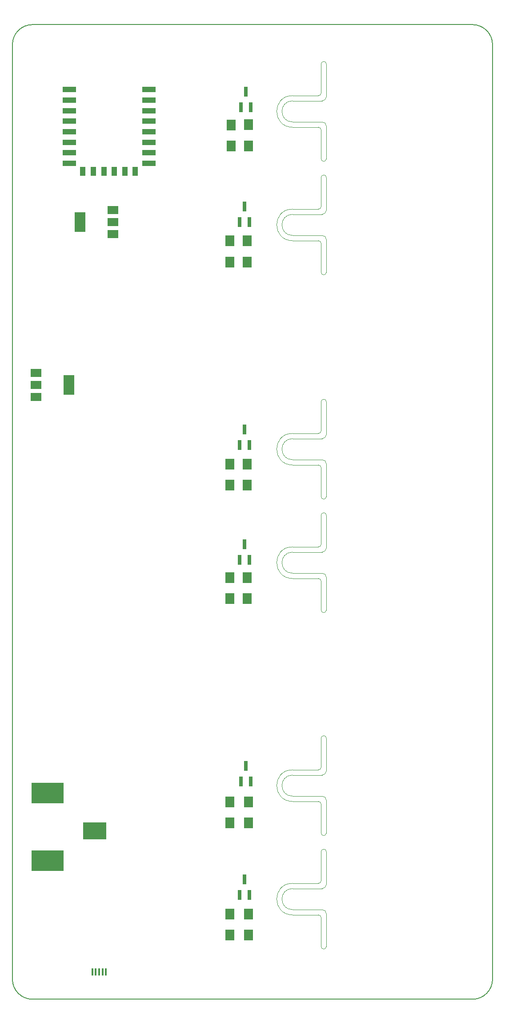
<source format=gbr>
G04 #@! TF.GenerationSoftware,KiCad,Pcbnew,(5.1.12-1-10_14)*
G04 #@! TF.CreationDate,2021-11-18T09:42:33+01:00*
G04 #@! TF.ProjectId,window-shutter-relay-esp8266,77696e64-6f77-42d7-9368-75747465722d,rev?*
G04 #@! TF.SameCoordinates,Original*
G04 #@! TF.FileFunction,Paste,Top*
G04 #@! TF.FilePolarity,Positive*
%FSLAX46Y46*%
G04 Gerber Fmt 4.6, Leading zero omitted, Abs format (unit mm)*
G04 Created by KiCad (PCBNEW (5.1.12-1-10_14)) date 2021-11-18 09:42:33*
%MOMM*%
%LPD*%
G01*
G04 APERTURE LIST*
G04 #@! TA.AperFunction,Profile*
%ADD10C,0.100000*%
G04 #@! TD*
G04 #@! TA.AperFunction,Profile*
%ADD11C,0.150000*%
G04 #@! TD*
%ADD12R,2.500000X1.000000*%
%ADD13R,1.000000X1.800000*%
%ADD14R,2.000000X3.800000*%
%ADD15R,2.000000X1.500000*%
%ADD16R,4.400000X3.300000*%
%ADD17R,6.200000X3.900000*%
%ADD18R,1.700000X2.000000*%
%ADD19R,0.800000X1.900000*%
%ADD20R,0.400000X1.350000*%
G04 APERTURE END LIST*
D10*
X58997106Y-168369999D02*
G75*
G02*
X59790000Y-169162893I0J-792894D01*
G01*
X59790000Y-175370000D02*
X59790000Y-169162893D01*
X59790000Y-175370000D02*
G75*
G02*
X58790000Y-175370000I-500000J0D01*
G01*
X58790000Y-169870000D02*
X58790000Y-175370000D01*
X58290000Y-169370000D02*
G75*
G02*
X58790000Y-169870000I0J-500000D01*
G01*
X53340000Y-169370000D02*
X58290000Y-169370000D01*
X53340000Y-169370000D02*
G75*
G02*
X53340000Y-163370000I0J3000000D01*
G01*
X58290000Y-163370000D02*
X53340000Y-163370000D01*
X58790000Y-162870000D02*
G75*
G02*
X58290000Y-163370000I-500000J0D01*
G01*
X58790000Y-157369999D02*
X58790000Y-162870000D01*
X58789999Y-157369999D02*
G75*
G02*
X59789999Y-157369999I500000J0D01*
G01*
X59790000Y-163577106D02*
X59789999Y-157369999D01*
X59790000Y-163577106D02*
G75*
G02*
X58997106Y-164370000I-792894J0D01*
G01*
X53340000Y-164370000D02*
X58997106Y-164370000D01*
X53340000Y-168370000D02*
G75*
G02*
X53340000Y-164370000I0J2000000D01*
G01*
X58997106Y-168370000D02*
X53340000Y-168370000D01*
X58997106Y-146779999D02*
G75*
G02*
X59790000Y-147572893I0J-792894D01*
G01*
X59790000Y-153780000D02*
X59790000Y-147572893D01*
X59790000Y-153780000D02*
G75*
G02*
X58790000Y-153780000I-500000J0D01*
G01*
X58790000Y-148280000D02*
X58790000Y-153780000D01*
X58290000Y-147780000D02*
G75*
G02*
X58790000Y-148280000I0J-500000D01*
G01*
X53340000Y-147780000D02*
X58290000Y-147780000D01*
X53340000Y-147780000D02*
G75*
G02*
X53340000Y-141780000I0J3000000D01*
G01*
X58290000Y-141780000D02*
X53340000Y-141780000D01*
X58790000Y-141280000D02*
G75*
G02*
X58290000Y-141780000I-500000J0D01*
G01*
X58790000Y-135779999D02*
X58790000Y-141280000D01*
X58789999Y-135779999D02*
G75*
G02*
X59789999Y-135779999I500000J0D01*
G01*
X59790000Y-141987106D02*
X59789999Y-135779999D01*
X59790000Y-141987106D02*
G75*
G02*
X58997106Y-142780000I-792894J0D01*
G01*
X53340000Y-142780000D02*
X58997106Y-142780000D01*
X53340000Y-146780000D02*
G75*
G02*
X53340000Y-142780000I0J2000000D01*
G01*
X58997106Y-146780000D02*
X53340000Y-146780000D01*
X58997106Y-104361999D02*
G75*
G02*
X59790000Y-105154893I0J-792894D01*
G01*
X59790000Y-111362000D02*
X59790000Y-105154893D01*
X59790000Y-111362000D02*
G75*
G02*
X58790000Y-111362000I-500000J0D01*
G01*
X58790000Y-105862000D02*
X58790000Y-111362000D01*
X58290000Y-105362000D02*
G75*
G02*
X58790000Y-105862000I0J-500000D01*
G01*
X53340000Y-105362000D02*
X58290000Y-105362000D01*
X53340000Y-105362000D02*
G75*
G02*
X53340000Y-99362000I0J3000000D01*
G01*
X58290000Y-99362000D02*
X53340000Y-99362000D01*
X58790000Y-98862000D02*
G75*
G02*
X58290000Y-99362000I-500000J0D01*
G01*
X58790000Y-93361999D02*
X58790000Y-98862000D01*
X58789999Y-93361999D02*
G75*
G02*
X59789999Y-93361999I500000J0D01*
G01*
X59790000Y-99569106D02*
X59789999Y-93361999D01*
X59790000Y-99569106D02*
G75*
G02*
X58997106Y-100362000I-792894J0D01*
G01*
X53340000Y-100362000D02*
X58997106Y-100362000D01*
X53340000Y-104362000D02*
G75*
G02*
X53340000Y-100362000I0J2000000D01*
G01*
X58997106Y-104362000D02*
X53340000Y-104362000D01*
X58997106Y-82771999D02*
G75*
G02*
X59790000Y-83564893I0J-792894D01*
G01*
X59790000Y-89772000D02*
X59790000Y-83564893D01*
X59790000Y-89772000D02*
G75*
G02*
X58790000Y-89772000I-500000J0D01*
G01*
X58790000Y-84272000D02*
X58790000Y-89772000D01*
X58290000Y-83772000D02*
G75*
G02*
X58790000Y-84272000I0J-500000D01*
G01*
X53340000Y-83772000D02*
X58290000Y-83772000D01*
X53340000Y-83772000D02*
G75*
G02*
X53340000Y-77772000I0J3000000D01*
G01*
X58290000Y-77772000D02*
X53340000Y-77772000D01*
X58790000Y-77272000D02*
G75*
G02*
X58290000Y-77772000I-500000J0D01*
G01*
X58790000Y-71771999D02*
X58790000Y-77272000D01*
X58789999Y-71771999D02*
G75*
G02*
X59789999Y-71771999I500000J0D01*
G01*
X59790000Y-77979106D02*
X59789999Y-71771999D01*
X59790000Y-77979106D02*
G75*
G02*
X58997106Y-78772000I-792894J0D01*
G01*
X53340000Y-78772000D02*
X58997106Y-78772000D01*
X53340000Y-82772000D02*
G75*
G02*
X53340000Y-78772000I0J2000000D01*
G01*
X58997106Y-82772000D02*
X53340000Y-82772000D01*
X58997106Y-40099999D02*
G75*
G02*
X59790000Y-40892893I0J-792894D01*
G01*
X59790000Y-47100000D02*
X59790000Y-40892893D01*
X59790000Y-47100000D02*
G75*
G02*
X58790000Y-47100000I-500000J0D01*
G01*
X58790000Y-41600000D02*
X58790000Y-47100000D01*
X58290000Y-41100000D02*
G75*
G02*
X58790000Y-41600000I0J-500000D01*
G01*
X53340000Y-41100000D02*
X58290000Y-41100000D01*
X53340000Y-41100000D02*
G75*
G02*
X53340000Y-35100000I0J3000000D01*
G01*
X58290000Y-35100000D02*
X53340000Y-35100000D01*
X58790000Y-34600000D02*
G75*
G02*
X58290000Y-35100000I-500000J0D01*
G01*
X58790000Y-29099999D02*
X58790000Y-34600000D01*
X58789999Y-29099999D02*
G75*
G02*
X59789999Y-29099999I500000J0D01*
G01*
X59790000Y-35307106D02*
X59789999Y-29099999D01*
X59790000Y-35307106D02*
G75*
G02*
X58997106Y-36100000I-792894J0D01*
G01*
X53340000Y-36100000D02*
X58997106Y-36100000D01*
X53340000Y-40100000D02*
G75*
G02*
X53340000Y-36100000I0J2000000D01*
G01*
X58997106Y-40100000D02*
X53340000Y-40100000D01*
X58997106Y-18509999D02*
G75*
G02*
X59790000Y-19302893I0J-792894D01*
G01*
X59790000Y-25510000D02*
X59790000Y-19302893D01*
X59790000Y-25510000D02*
G75*
G02*
X58790000Y-25510000I-500000J0D01*
G01*
X58790000Y-20010000D02*
X58790000Y-25510000D01*
X58290000Y-19510000D02*
G75*
G02*
X58790000Y-20010000I0J-500000D01*
G01*
X53340000Y-19510000D02*
X58290000Y-19510000D01*
X53340000Y-19510000D02*
G75*
G02*
X53340000Y-13510000I0J3000000D01*
G01*
X58290000Y-13510000D02*
X53340000Y-13510000D01*
X58790000Y-13010000D02*
G75*
G02*
X58290000Y-13510000I-500000J0D01*
G01*
X58790000Y-7509999D02*
X58790000Y-13010000D01*
X58789999Y-7509999D02*
G75*
G02*
X59789999Y-7509999I500000J0D01*
G01*
X59790000Y-13717106D02*
X59789999Y-7509999D01*
X59790000Y-13717106D02*
G75*
G02*
X58997106Y-14510000I-792894J0D01*
G01*
X53340000Y-14510000D02*
X58997106Y-14510000D01*
X53340000Y-18510000D02*
G75*
G02*
X53340000Y-14510000I0J2000000D01*
G01*
X58997106Y-18510000D02*
X53340000Y-18510000D01*
D11*
X91440000Y-181610000D02*
X91440000Y-3810000D01*
X3810000Y-185420000D02*
G75*
G02*
X0Y-181610000I0J3810000D01*
G01*
X91440000Y-181610000D02*
G75*
G02*
X87630000Y-185420000I-3810000J0D01*
G01*
X87630000Y0D02*
G75*
G02*
X91440000Y-3810000I0J-3810000D01*
G01*
X0Y-3810000D02*
G75*
G02*
X3810000Y0I3810000J0D01*
G01*
X0Y-3810000D02*
X0Y-181610000D01*
X87630000Y0D02*
X3810000Y0D01*
X3810000Y-185420000D02*
X87630000Y-185420000D01*
D12*
X10815000Y-12375000D03*
X10815000Y-14375000D03*
X10815000Y-16375000D03*
X10815000Y-18375000D03*
X10815000Y-20375000D03*
X10815000Y-22375000D03*
X10815000Y-24375000D03*
X10815000Y-26375000D03*
D13*
X13415000Y-27875000D03*
X15415000Y-27875000D03*
X17415000Y-27875000D03*
X19415000Y-27875000D03*
X21415000Y-27875000D03*
X23415000Y-27875000D03*
D12*
X26015000Y-26375000D03*
X26015000Y-24375000D03*
X26015000Y-22375000D03*
X26015000Y-20375000D03*
X26015000Y-18375000D03*
X26015000Y-16375000D03*
X26015000Y-14375000D03*
X26015000Y-12375000D03*
D14*
X12852000Y-37592000D03*
D15*
X19152000Y-37592000D03*
X19152000Y-35292000D03*
X19152000Y-39892000D03*
D16*
X15706000Y-153354000D03*
D17*
X6706000Y-146204000D03*
X6706000Y-159104000D03*
D18*
X41656000Y-19082000D03*
X41656000Y-23082000D03*
X41402000Y-41148000D03*
X41402000Y-45148000D03*
X41402000Y-83598000D03*
X41402000Y-87598000D03*
X41402000Y-105188000D03*
X41402000Y-109188000D03*
X41402000Y-147860000D03*
X41402000Y-151860000D03*
X41402000Y-169196000D03*
X41402000Y-173196000D03*
D19*
X43500000Y-15724000D03*
X45400000Y-15724000D03*
X44450000Y-12724000D03*
X44196000Y-34568000D03*
X45146000Y-37568000D03*
X43246000Y-37568000D03*
X43246000Y-79986000D03*
X45146000Y-79986000D03*
X44196000Y-76986000D03*
X44196000Y-98830000D03*
X45146000Y-101830000D03*
X43246000Y-101830000D03*
X43500000Y-143994000D03*
X45400000Y-143994000D03*
X44450000Y-140994000D03*
X44196000Y-162584000D03*
X45146000Y-165584000D03*
X43246000Y-165584000D03*
D18*
X44958000Y-19050000D03*
X44958000Y-23050000D03*
X44704000Y-45148000D03*
X44704000Y-41148000D03*
X44704000Y-83598000D03*
X44704000Y-87598000D03*
X44704000Y-109188000D03*
X44704000Y-105188000D03*
X44958000Y-147860000D03*
X44958000Y-151860000D03*
X44958000Y-173196000D03*
X44958000Y-169196000D03*
D15*
X4470000Y-66280000D03*
X4470000Y-70880000D03*
X4470000Y-68580000D03*
D14*
X10770000Y-68580000D03*
D20*
X17810000Y-180260000D03*
X17160000Y-180260000D03*
X16510000Y-180260000D03*
X15860000Y-180260000D03*
X15210000Y-180260000D03*
M02*

</source>
